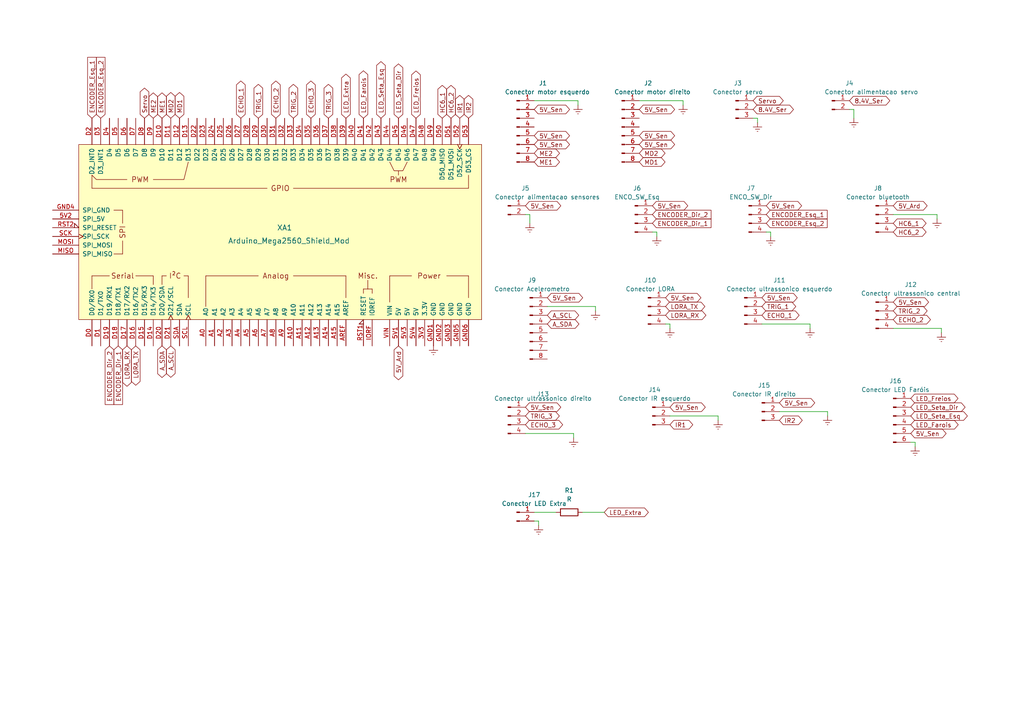
<source format=kicad_sch>
(kicad_sch (version 20230121) (generator eeschema)
  (paper "A4")
  (lib_symbols
    (symbol "Connector:Conn_01x02_Pin" (pin_names (offset 1.016) hide)
      (property "Reference" "J" (at 0 2.54 0))
      (property "Value" "Conn_01x02_Pin" (at 0 -5.08 0))
      (symbol "Conn_01x02_Pin_1_1"
        (polyline (pts (xy 1.27 -2.54) (xy 0.8636 -2.54)) (stroke (width 0.1524)))
        (polyline (pts (xy 1.27 0) (xy 0.8636 0)) (stroke (width 0.1524)))
        (rectangle (start 0.8636 -2.413) (end 0 -2.667) (stroke (width 0.1524)) (fill (type outline)))
        (rectangle (start 0.8636 0.127) (end 0 -0.127) (stroke (width 0.1524)) (fill (type outline)))
        (pin passive line (at 5.08 0 180) (length 3.81) (name "Pin_1") (number "1"))
        (pin passive line (at 5.08 -2.54 180) (length 3.81) (name "Pin_2") (number "2"))
      )
    )
    (symbol "Connector:Conn_01x03_Pin" (pin_names (offset 1.016) hide)
      (property "Reference" "J" (at 0 5.08 0))
      (property "Value" "Conn_01x03_Pin" (at 0 -5.08 0))
      (symbol "Conn_01x03_Pin_1_1"
        (polyline (pts (xy 1.27 -2.54) (xy 0.8636 -2.54)) (stroke (width 0.1524)))
        (polyline (pts (xy 1.27 0) (xy 0.8636 0)) (stroke (width 0.1524)))
        (polyline (pts (xy 1.27 2.54) (xy 0.8636 2.54)) (stroke (width 0.1524)))
        (rectangle (start 0.8636 -2.413) (end 0 -2.667) (stroke (width 0.1524)) (fill (type outline)))
        (rectangle (start 0.8636 0.127) (end 0 -0.127) (stroke (width 0.1524)) (fill (type outline)))
        (rectangle (start 0.8636 2.667) (end 0 2.413) (stroke (width 0.1524)) (fill (type outline)))
        (pin passive line (at 5.08 2.54 180) (length 3.81) (name "Pin_1") (number "1"))
        (pin passive line (at 5.08 0 180) (length 3.81) (name "Pin_2") (number "2"))
        (pin passive line (at 5.08 -2.54 180) (length 3.81) (name "Pin_3") (number "3"))
      )
    )
    (symbol "Connector:Conn_01x04_Pin" (pin_names (offset 1.016) hide)
      (property "Reference" "J" (at 0 5.08 0))
      (property "Value" "Conn_01x04_Pin" (at 0 -7.62 0))
      (symbol "Conn_01x04_Pin_1_1"
        (polyline (pts (xy 1.27 -5.08) (xy 0.8636 -5.08)) (stroke (width 0.1524)))
        (polyline (pts (xy 1.27 -2.54) (xy 0.8636 -2.54)) (stroke (width 0.1524)))
        (polyline (pts (xy 1.27 0) (xy 0.8636 0)) (stroke (width 0.1524)))
        (polyline (pts (xy 1.27 2.54) (xy 0.8636 2.54)) (stroke (width 0.1524)))
        (rectangle (start 0.8636 -4.953) (end 0 -5.207) (stroke (width 0.1524)) (fill (type outline)))
        (rectangle (start 0.8636 -2.413) (end 0 -2.667) (stroke (width 0.1524)) (fill (type outline)))
        (rectangle (start 0.8636 0.127) (end 0 -0.127) (stroke (width 0.1524)) (fill (type outline)))
        (rectangle (start 0.8636 2.667) (end 0 2.413) (stroke (width 0.1524)) (fill (type outline)))
        (pin passive line (at 5.08 2.54 180) (length 3.81) (name "Pin_1") (number "1"))
        (pin passive line (at 5.08 0 180) (length 3.81) (name "Pin_2") (number "2"))
        (pin passive line (at 5.08 -2.54 180) (length 3.81) (name "Pin_3") (number "3"))
        (pin passive line (at 5.08 -5.08 180) (length 3.81) (name "Pin_4") (number "4"))
      )
    )
    (symbol "Connector:Conn_01x06_Pin" (pin_names (offset 1.016) hide)
      (property "Reference" "J" (at 0 7.62 0))
      (property "Value" "Conn_01x06_Pin" (at 0 -10.16 0))
      (symbol "Conn_01x06_Pin_1_1"
        (polyline (pts (xy 1.27 -7.62) (xy 0.8636 -7.62)) (stroke (width 0.1524)))
        (polyline (pts (xy 1.27 -5.08) (xy 0.8636 -5.08)) (stroke (width 0.1524)))
        (polyline (pts (xy 1.27 -2.54) (xy 0.8636 -2.54)) (stroke (width 0.1524)))
        (polyline (pts (xy 1.27 0) (xy 0.8636 0)) (stroke (width 0.1524)))
        (polyline (pts (xy 1.27 2.54) (xy 0.8636 2.54)) (stroke (width 0.1524)))
        (polyline (pts (xy 1.27 5.08) (xy 0.8636 5.08)) (stroke (width 0.1524)))
        (rectangle (start 0.8636 -7.493) (end 0 -7.747) (stroke (width 0.1524)) (fill (type outline)))
        (rectangle (start 0.8636 -4.953) (end 0 -5.207) (stroke (width 0.1524)) (fill (type outline)))
        (rectangle (start 0.8636 -2.413) (end 0 -2.667) (stroke (width 0.1524)) (fill (type outline)))
        (rectangle (start 0.8636 0.127) (end 0 -0.127) (stroke (width 0.1524)) (fill (type outline)))
        (rectangle (start 0.8636 2.667) (end 0 2.413) (stroke (width 0.1524)) (fill (type outline)))
        (rectangle (start 0.8636 5.207) (end 0 4.953) (stroke (width 0.1524)) (fill (type outline)))
        (pin passive line (at 5.08 5.08 180) (length 3.81) (name "Pin_1") (number "1"))
        (pin passive line (at 5.08 2.54 180) (length 3.81) (name "Pin_2") (number "2"))
        (pin passive line (at 5.08 0 180) (length 3.81) (name "Pin_3") (number "3"))
        (pin passive line (at 5.08 -2.54 180) (length 3.81) (name "Pin_4") (number "4"))
        (pin passive line (at 5.08 -5.08 180) (length 3.81) (name "Pin_5") (number "5"))
        (pin passive line (at 5.08 -7.62 180) (length 3.81) (name "Pin_6") (number "6"))
      )
    )
    (symbol "Connector:Conn_01x08_Pin" (pin_names (offset 1.016) hide)
      (property "Reference" "J" (at 0 10.16 0))
      (property "Value" "Conn_01x08_Pin" (at 0 -12.7 0))
      (symbol "Conn_01x08_Pin_1_1"
        (polyline (pts (xy 1.27 -10.16) (xy 0.8636 -10.16)) (stroke (width 0.1524)))
        (polyline (pts (xy 1.27 -7.62) (xy 0.8636 -7.62)) (stroke (width 0.1524)))
        (polyline (pts (xy 1.27 -5.08) (xy 0.8636 -5.08)) (stroke (width 0.1524)))
        (polyline (pts (xy 1.27 -2.54) (xy 0.8636 -2.54)) (stroke (width 0.1524)))
        (polyline (pts (xy 1.27 0) (xy 0.8636 0)) (stroke (width 0.1524)))
        (polyline (pts (xy 1.27 2.54) (xy 0.8636 2.54)) (stroke (width 0.1524)))
        (polyline (pts (xy 1.27 5.08) (xy 0.8636 5.08)) (stroke (width 0.1524)))
        (polyline (pts (xy 1.27 7.62) (xy 0.8636 7.62)) (stroke (width 0.1524)))
        (rectangle (start 0.8636 -10.033) (end 0 -10.287) (stroke (width 0.1524)) (fill (type outline)))
        (rectangle (start 0.8636 -7.493) (end 0 -7.747) (stroke (width 0.1524)) (fill (type outline)))
        (rectangle (start 0.8636 -4.953) (end 0 -5.207) (stroke (width 0.1524)) (fill (type outline)))
        (rectangle (start 0.8636 -2.413) (end 0 -2.667) (stroke (width 0.1524)) (fill (type outline)))
        (rectangle (start 0.8636 0.127) (end 0 -0.127) (stroke (width 0.1524)) (fill (type outline)))
        (rectangle (start 0.8636 2.667) (end 0 2.413) (stroke (width 0.1524)) (fill (type outline)))
        (rectangle (start 0.8636 5.207) (end 0 4.953) (stroke (width 0.1524)) (fill (type outline)))
        (rectangle (start 0.8636 7.747) (end 0 7.493) (stroke (width 0.1524)) (fill (type outline)))
        (pin passive line (at 5.08 7.62 180) (length 3.81) (name "Pin_1") (number "1"))
        (pin passive line (at 5.08 5.08 180) (length 3.81) (name "Pin_2") (number "2"))
        (pin passive line (at 5.08 2.54 180) (length 3.81) (name "Pin_3") (number "3"))
        (pin passive line (at 5.08 0 180) (length 3.81) (name "Pin_4") (number "4"))
        (pin passive line (at 5.08 -2.54 180) (length 3.81) (name "Pin_5") (number "5"))
        (pin passive line (at 5.08 -5.08 180) (length 3.81) (name "Pin_6") (number "6"))
        (pin passive line (at 5.08 -7.62 180) (length 3.81) (name "Pin_7") (number "7"))
        (pin passive line (at 5.08 -10.16 180) (length 3.81) (name "Pin_8") (number "8"))
      )
    )
    (symbol "Device:R" (pin_numbers hide) (pin_names (offset 0))
      (property "Reference" "R" (at 2.032 0 90))
      (property "Value" "R" (at 0 0 90))
      (symbol "R_0_1"
        (rectangle (start -1.016 -2.54) (end 1.016 2.54) (stroke (width 0.254)))
      )
      (symbol "R_1_1"
        (pin passive line (at 0 3.81 270) (length 1.27) (name "~") (number "1"))
        (pin passive line (at 0 -3.81 90) (length 1.27) (name "~") (number "2"))
      )
    )
    (symbol "PCM_arduino-library:Arduino_Mega2560_R3_Shield" (pin_names (offset 1.016))
      (property "Reference" "A" (at 0 -62.23 0))
      (property "Value" "Arduino_Mega2560_R3_Shield" (at 0 -66.04 0))
      (symbol "Arduino_Mega2560_R3_Shield_0_0"
        (rectangle (start -25.4 -58.42) (end 25.4 58.42) (fill (type background)))
        (rectangle (start -20.32 -31.75) (end -12.7 -31.75))
        (rectangle (start -19.05 -54.61) (end -12.7 -54.61))
        (rectangle (start -19.05 -19.05) (end -12.7 -19.05))
        (rectangle (start -19.05 26.67) (end -12.7 26.67))
        (rectangle (start -17.78 -26.67) (end -16.51 -26.67))
        (rectangle (start -17.78 -24.13) (end -16.51 -24.13))
        (rectangle (start -16.51 -25.4) (end -13.97 -25.4))
        (rectangle (start -16.51 -24.13) (end -16.51 -26.67))
        (rectangle (start -16.51 54.61) (end -12.7 54.61))
        (rectangle (start -15.24 34.29) (end -12.7 34.29))
        (rectangle (start -15.24 36.83) (end -12.7 36.83))
        (rectangle (start -12.7 -54.61) (end -12.7 -48.26))
        (rectangle (start -12.7 -31.75) (end -12.7 -38.1))
        (rectangle (start -12.7 26.67) (end -12.7 27.94))
        (rectangle (start -12.7 34.29) (end -12.7 33.02))
        (rectangle (start -12.7 41.91) (end -12.7 36.83))
        (rectangle (start -12.7 49.53) (end -12.7 54.61))
        (rectangle (start -6.35 48.26) (end -6.35 45.72))
        (rectangle (start -2.54 45.72) (end -6.35 45.72))
        (polyline (pts (xy -21.59 21.59) (xy -12.7 21.59)))
        (polyline (pts (xy -12.7 -19.05) (xy -12.7 -3.81)))
        (polyline (pts (xy -12.7 6.35) (xy -12.7 21.59)))
        (polyline (pts (xy 12.7 -54.61) (xy 16.51 -54.61)))
        (polyline (pts (xy 12.7 54.61) (xy 16.51 54.61)))
        (polyline (pts (xy 17.78 -34.29) (xy 16.51 -34.29)))
        (polyline (pts (xy 15.24 36.83) (xy 15.24 27.94) (xy 20.32 26.67)))
        (polyline (pts (xy 15.24 44.45) (xy 15.24 53.34) (xy 16.51 54.61)))
        (polyline (pts (xy 20.32 -31.75) (xy 17.78 -33.02) (xy 17.78 -35.56) (xy 20.32 -36.83)))
        (rectangle (start 6.35 45.72) (end 2.54 45.72))
        (rectangle (start 6.35 48.26) (end 6.35 45.72))
        (text "Analog" (at -12.7 1.27 900) (effects (font (size 1.524 1.524))))
        (text "I²C" (at -12.7 30.48 900) (effects (font (size 1.524 1.524))))
        (text "Misc." (at -12.7 -25.4 900) (effects (font (size 1.524 1.524))))
        (text "Power" (at -12.7 -43.18 900) (effects (font (size 1.524 1.524))))
        (text "PWM" (at 15.24 -34.29 900) (effects (font (size 1.524 1.524))))
        (text "PWM" (at 15.24 40.64 900) (effects (font (size 1.524 1.524))))
        (text "Serial" (at -12.7 45.72 900) (effects (font (size 1.524 1.524))))
        (text "SPI" (at 0 45.72 0) (effects (font (size 1.524 1.524))))
      )
      (symbol "Arduino_Mega2560_R3_Shield_1_0"
        (rectangle (start 12.7 -54.61) (end 12.7 -3.81))
        (rectangle (start 12.7 54.61) (end 12.7 3.81))
        (text "GPIO" (at 12.7 0 900) (effects (font (size 1.524 1.524))))
      )
      (symbol "Arduino_Mega2560_R3_Shield_1_1"
        (pin power_out line (at -33.02 -41.91 0) (length 7.62) (name "3.3V") (number "3V3"))
        (pin power_in line (at -33.02 -34.29 0) (length 7.62) (name "5V") (number "5V1"))
        (pin power_in line (at 3.81 66.04 270) (length 7.62) (name "SPI_5V") (number "5V2"))
        (pin power_in line (at -33.02 -36.83 0) (length 7.62) (name "5V") (number "5V3"))
        (pin power_in line (at -33.02 -39.37 0) (length 7.62) (name "5V") (number "5V4"))
        (pin bidirectional line (at -33.02 21.59 0) (length 7.62) (name "A0") (number "A0"))
        (pin bidirectional line (at -33.02 19.05 0) (length 7.62) (name "A1") (number "A1"))
        (pin bidirectional line (at -33.02 -3.81 0) (length 7.62) (name "A10") (number "A10"))
        (pin bidirectional line (at -33.02 -6.35 0) (length 7.62) (name "A11") (number "A11"))
        (pin bidirectional line (at -33.02 -8.89 0) (length 7.62) (name "A12") (number "A12"))
        (pin bidirectional line (at -33.02 -11.43 0) (length 7.62) (name "A13") (number "A13"))
        (pin bidirectional line (at -33.02 -13.97 0) (length 7.62) (name "A14") (number "A14"))
        (pin bidirectional line (at -33.02 -16.51 0) (length 7.62) (name "A15") (number "A15"))
        (pin bidirectional line (at -33.02 16.51 0) (length 7.62) (name "A2") (number "A2"))
        (pin bidirectional line (at -33.02 13.97 0) (length 7.62) (name "A3") (number "A3"))
        (pin bidirectional line (at -33.02 11.43 0) (length 7.62) (name "A4") (number "A4"))
        (pin bidirectional line (at -33.02 8.89 0) (length 7.62) (name "A5") (number "A5"))
        (pin bidirectional line (at -33.02 6.35 0) (length 7.62) (name "A6") (number "A6"))
        (pin bidirectional line (at -33.02 3.81 0) (length 7.62) (name "A7") (number "A7"))
        (pin bidirectional line (at -33.02 1.27 0) (length 7.62) (name "A8") (number "A8"))
        (pin bidirectional line (at -33.02 -1.27 0) (length 7.62) (name "A9") (number "A9"))
        (pin input line (at -33.02 -19.05 0) (length 7.62) (name "AREF") (number "AREF"))
        (pin bidirectional line (at -33.02 54.61 0) (length 7.62) (name "D0/RX0") (number "D0"))
        (pin bidirectional line (at -33.02 52.07 0) (length 7.62) (name "D1/TX0") (number "D1"))
        (pin bidirectional line (at 33.02 34.29 180) (length 7.62) (name "D10") (number "D10"))
        (pin bidirectional line (at 33.02 31.75 180) (length 7.62) (name "D11") (number "D11"))
        (pin bidirectional line (at 33.02 29.21 180) (length 7.62) (name "D12") (number "D12"))
        (pin bidirectional line (at 33.02 26.67 180) (length 7.62) (name "D13") (number "D13"))
        (pin bidirectional line (at -33.02 36.83 0) (length 7.62) (name "D14/TX3") (number "D14"))
        (pin bidirectional line (at -33.02 39.37 0) (length 7.62) (name "D15/RX3") (number "D15"))
        (pin bidirectional line (at -33.02 41.91 0) (length 7.62) (name "D16/TX2") (number "D16"))
        (pin bidirectional line (at -33.02 44.45 0) (length 7.62) (name "D17/RX2") (number "D17"))
        (pin bidirectional line (at -33.02 46.99 0) (length 7.62) (name "D18/TX1") (number "D18"))
        (pin bidirectional line (at -33.02 49.53 0) (length 7.62) (name "D19/RX1") (number "D19"))
        (pin bidirectional line (at 33.02 54.61 180) (length 7.62) (name "D2_INT0") (number "D2"))
        (pin bidirectional line (at -33.02 34.29 0) (length 7.62) (name "D20/SDA") (number "D20"))
        (pin bidirectional clock (at -33.02 31.75 0) (length 7.62) (name "D21/SCL") (number "D21"))
        (pin bidirectional line (at 33.02 24.13 180) (length 7.62) (name "D22") (number "D22"))
        (pin bidirectional line (at 33.02 21.59 180) (length 7.62) (name "D23") (number "D23"))
        (pin bidirectional line (at 33.02 19.05 180) (length 7.62) (name "D24") (number "D24"))
        (pin bidirectional line (at 33.02 16.51 180) (length 7.62) (name "D25") (number "D25"))
        (pin bidirectional line (at 33.02 13.97 180) (length 7.62) (name "D26") (number "D26"))
        (pin bidirectional line (at 33.02 11.43 180) (length 7.62) (name "D27") (number "D27"))
        (pin bidirectional line (at 33.02 8.89 180) (length 7.62) (name "D28") (number "D28"))
        (pin bidirectional line (at 33.02 6.35 180) (length 7.62) (name "D29") (number "D29"))
        (pin bidirectional line (at 33.02 52.07 180) (length 7.62) (name "D3_INT1") (number "D3"))
        (pin bidirectional line (at 33.02 3.81 180) (length 7.62) (name "D30") (number "D30"))
        (pin bidirectional line (at 33.02 1.27 180) (length 7.62) (name "D31") (number "D31"))
        (pin bidirectional line (at 33.02 -1.27 180) (length 7.62) (name "D32") (number "D32"))
        (pin bidirectional line (at 33.02 -3.81 180) (length 7.62) (name "D33") (number "D33"))
        (pin bidirectional line (at 33.02 -6.35 180) (length 7.62) (name "D34") (number "D34"))
        (pin bidirectional line (at 33.02 -8.89 180) (length 7.62) (name "D35") (number "D35"))
        (pin bidirectional line (at 33.02 -11.43 180) (length 7.62) (name "D36") (number "D36"))
        (pin bidirectional line (at 33.02 -13.97 180) (length 7.62) (name "D37") (number "D37"))
        (pin bidirectional line (at 33.02 -16.51 180) (length 7.62) (name "D38") (number "D38"))
        (pin bidirectional line (at 33.02 -19.05 180) (length 7.62) (name "D39") (number "D39"))
        (pin bidirectional line (at 33.02 49.53 180) (length 7.62) (name "D4") (number "D4"))
        (pin bidirectional line (at 33.02 -21.59 180) (length 7.62) (name "D40") (number "D40"))
        (pin bidirectional line (at 33.02 -24.13 180) (length 7.62) (name "D41") (number "D41"))
        (pin bidirectional line (at 33.02 -26.67 180) (length 7.62) (name "D42") (number "D42"))
        (pin bidirectional line (at 33.02 -29.21 180) (length 7.62) (name "D43") (number "D43"))
        (pin bidirectional line (at 33.02 -31.75 180) (length 7.62) (name "D44") (number "D44"))
        (pin bidirectional line (at 33.02 -34.29 180) (length 7.62) (name "D45") (number "D45"))
        (pin bidirectional line (at 33.02 -36.83 180) (length 7.62) (name "D46") (number "D46"))
        (pin bidirectional line (at 33.02 -39.37 180) (length 7.62) (name "D47") (number "D47"))
        (pin bidirectional line (at 33.02 -41.91 180) (length 7.62) (name "D48") (number "D48"))
        (pin bidirectional line (at 33.02 -44.45 180) (length 7.62) (name "D49") (number "D49"))
        (pin bidirectional line (at 33.02 46.99 180) (length 7.62) (name "D5") (number "D5"))
        (pin bidirectional line (at 33.02 -46.99 180) (length 7.62) (name "D50_MISO") (number "D50"))
        (pin bidirectional line (at 33.02 -49.53 180) (length 7.62) (name "D51_MOSI") (number "D51"))
        (pin bidirectional clock (at 33.02 -52.07 180) (length 7.62) (name "D52_SCK") (number "D52"))
        (pin bidirectional line (at 33.02 -54.61 180) (length 7.62) (name "D53_CS") (number "D53"))
        (pin bidirectional line (at 33.02 44.45 180) (length 7.62) (name "D6") (number "D6"))
        (pin bidirectional line (at 33.02 41.91 180) (length 7.62) (name "D7") (number "D7"))
        (pin bidirectional line (at 33.02 39.37 180) (length 7.62) (name "D8") (number "D8"))
        (pin bidirectional line (at 33.02 36.83 180) (length 7.62) (name "D9") (number "D9"))
        (pin power_in line (at -33.02 -44.45 0) (length 7.62) (name "GND") (number "GND1"))
        (pin power_in line (at -33.02 -46.99 0) (length 7.62) (name "GND") (number "GND2"))
        (pin power_in line (at -33.02 -49.53 0) (length 7.62) (name "GND") (number "GND3"))
        (pin power_in line (at 6.35 66.04 270) (length 7.62) (name "SPI_GND") (number "GND4"))
        (pin power_in line (at -33.02 -52.07 0) (length 7.62) (name "GND") (number "GND5"))
        (pin power_in line (at -33.02 -54.61 0) (length 7.62) (name "GND") (number "GND6"))
        (pin output line (at -33.02 -26.67 0) (length 7.62) (name "IOREF") (number "IORF"))
        (pin input line (at -6.35 66.04 270) (length 7.62) (name "SPI_MISO") (number "MISO"))
        (pin output line (at -3.81 66.04 270) (length 7.62) (name "SPI_MOSI") (number "MOSI"))
        (pin open_collector input_low (at -33.02 -24.13 0) (length 7.62) (name "RESET") (number "RST1"))
        (pin open_collector input_low (at 1.27 66.04 270) (length 7.62) (name "SPI_RESET") (number "RST2"))
        (pin output clock (at -1.27 66.04 270) (length 7.62) (name "SPI_SCK") (number "SCK"))
        (pin bidirectional clock (at -33.02 26.67 0) (length 7.62) (name "SCL") (number "SCL"))
        (pin bidirectional line (at -33.02 29.21 0) (length 7.62) (name "SDA") (number "SDA"))
        (pin power_in line (at -33.02 -31.75 0) (length 7.62) (name "VIN") (number "VIN"))
      )
    )
    (symbol "power:Earth" (power) (pin_names (offset 0))
      (symbol "Earth_0_1"
        (polyline (pts (xy -0.635 -1.905) (xy 0.635 -1.905)))
        (polyline (pts (xy -0.127 -2.54) (xy 0.127 -2.54)))
        (polyline (pts (xy 0 -1.27) (xy 0 0)))
        (polyline (pts (xy 1.27 -1.27) (xy -1.27 -1.27)))
      )
      (symbol "Earth_1_1"
        (pin power_in line (at 0 0 270) (length 0) hide (name "Earth") (number "1"))
      )
    )
  )
  (wire (pts (xy 247.65 31.75) (xy 247.65 34.29)))
  (wire (pts (xy 154.94 29.21) (xy 167.64 29.21)))
  (wire (pts (xy 218.44 34.29) (xy 219.71 34.29)))
  (wire (pts (xy 223.52 67.31) (xy 223.52 68.58)))
  (wire (pts (xy 265.43 128.27) (xy 265.43 129.54)))
  (wire (pts (xy 190.5 67.31) (xy 190.5 68.58)))
  (wire (pts (xy 234.95 93.98) (xy 234.95 95.25)))
  (wire (pts (xy 222.25 67.31) (xy 223.52 67.31)))
  (wire (pts (xy 154.94 151.13) (xy 156.21 151.13)))
  (wire (pts (xy 156.21 151.13) (xy 156.21 152.4)))
  (wire (pts (xy 172.72 88.9) (xy 172.72 90.17)))
  (wire (pts (xy 194.31 120.65) (xy 208.28 120.65)))
  (wire (pts (xy 152.4 125.73) (xy 166.37 125.73)))
  (wire (pts (xy 246.38 31.75) (xy 247.65 31.75)))
  (wire (pts (xy 167.64 29.21) (xy 167.64 30.48)))
  (wire (pts (xy 198.12 29.21) (xy 198.12 30.48)))
  (wire (pts (xy 259.08 95.25) (xy 273.05 95.25)))
  (wire (pts (xy 219.71 34.29) (xy 219.71 35.56)))
  (wire (pts (xy 220.98 93.98) (xy 234.95 93.98)))
  (wire (pts (xy 185.42 29.21) (xy 198.12 29.21)))
  (wire (pts (xy 158.75 88.9) (xy 172.72 88.9)))
  (wire (pts (xy 152.4 62.23) (xy 153.67 62.23)))
  (wire (pts (xy 194.31 93.98) (xy 194.31 95.25)))
  (wire (pts (xy 153.67 62.23) (xy 153.67 64.77)))
  (wire (pts (xy 189.23 67.31) (xy 190.5 67.31)))
  (wire (pts (xy 226.06 119.38) (xy 240.03 119.38)))
  (wire (pts (xy 193.04 93.98) (xy 194.31 93.98)))
  (wire (pts (xy 208.28 120.65) (xy 208.28 121.92)))
  (wire (pts (xy 240.03 119.38) (xy 240.03 120.65)))
  (wire (pts (xy 168.91 148.59) (xy 175.26 148.59)))
  (wire (pts (xy 166.37 125.73) (xy 166.37 127)))
  (wire (pts (xy 264.16 128.27) (xy 265.43 128.27)))
  (wire (pts (xy 273.05 95.25) (xy 273.05 96.52)))
  (wire (pts (xy 271.78 62.23) (xy 271.78 63.5)))
  (wire (pts (xy 154.94 148.59) (xy 161.29 148.59)))
  (wire (pts (xy 259.08 62.23) (xy 271.78 62.23)))
  (global_label "MD1" (shape bidirectional) (at 52.07 34.29 90) (property "Intersheetrefs" "${INTERSHEET_REFS}" (effects hide)))
  (global_label "Servo" (shape bidirectional) (at 41.91 34.29 90) (property "Intersheetrefs" "${INTERSHEET_REFS}" (effects hide)))
  (global_label "5V_Sen" (shape bidirectional) (at 152.4 118.11 0) (property "Intersheetrefs" "${INTERSHEET_REFS}" (effects hide)))
  (global_label "LORA_TX" (shape bidirectional) (at 39.37 100.33 270) (property "Intersheetrefs" "${INTERSHEET_REFS}" (effects hide)))
  (global_label "ENCODER_Dir_1" (shape input) (at 189.23 64.77 0) (property "Intersheetrefs" "${INTERSHEET_REFS}" (effects hide)))
  (global_label "ENCODER_Dir_1" (shape input) (at 34.29 100.33 270) (property "Intersheetrefs" "${INTERSHEET_REFS}" (effects hide)))
  (global_label "TRIG_2" (shape bidirectional) (at 85.09 34.29 90) (property "Intersheetrefs" "${INTERSHEET_REFS}" (effects hide)))
  (global_label "A_SDA" (shape bidirectional) (at 46.99 100.33 270) (property "Intersheetrefs" "${INTERSHEET_REFS}" (effects hide)))
  (global_label "TRIG_3" (shape bidirectional) (at 95.25 34.29 90) (property "Intersheetrefs" "${INTERSHEET_REFS}" (effects hide)))
  (global_label "ME1" (shape bidirectional) (at 46.99 34.29 90) (property "Intersheetrefs" "${INTERSHEET_REFS}" (effects hide)))
  (global_label "ME2" (shape bidirectional) (at 44.45 34.29 90) (property "Intersheetrefs" "${INTERSHEET_REFS}" (effects hide)))
  (global_label "ENCODER_Esq_1" (shape input) (at 26.67 34.29 90) (property "Intersheetrefs" "${INTERSHEET_REFS}" (effects hide)))
  (global_label "LED_Seta_Esq" (shape bidirectional) (at 264.16 120.65 0) (property "Intersheetrefs" "${INTERSHEET_REFS}" (effects hide)))
  (global_label "5V_Sen" (shape bidirectional) (at 189.23 59.69 0) (property "Intersheetrefs" "${INTERSHEET_REFS}" (effects hide)))
  (global_label "LED_Seta_Dir" (shape bidirectional) (at 264.16 118.11 0) (property "Intersheetrefs" "${INTERSHEET_REFS}" (effects hide)))
  (global_label "A_SCL" (shape bidirectional) (at 158.75 91.44 0) (property "Intersheetrefs" "${INTERSHEET_REFS}" (effects hide)))
  (global_label "5V_Sen" (shape bidirectional) (at 194.31 118.11 0) (property "Intersheetrefs" "${INTERSHEET_REFS}" (effects hide)))
  (global_label "5V_Sen" (shape bidirectional) (at 220.98 86.36 0) (property "Intersheetrefs" "${INTERSHEET_REFS}" (effects hide)))
  (global_label "A_SDA" (shape bidirectional) (at 158.75 93.98 0) (property "Intersheetrefs" "${INTERSHEET_REFS}" (effects hide)))
  (global_label "LED_Freios" (shape bidirectional) (at 264.16 115.57 0) (property "Intersheetrefs" "${INTERSHEET_REFS}" (effects hide)))
  (global_label "8.4V_Ser" (shape bidirectional) (at 218.44 31.75 0) (property "Intersheetrefs" "${INTERSHEET_REFS}" (effects hide)))
  (global_label "ECHO_3" (shape bidirectional) (at 152.4 123.19 0) (property "Intersheetrefs" "${INTERSHEET_REFS}" (effects hide)))
  (global_label "5V_Sen" (shape bidirectional) (at 222.25 59.69 0) (property "Intersheetrefs" "${INTERSHEET_REFS}" (effects hide)))
  (global_label "5V_Sen" (shape bidirectional) (at 193.04 86.36 0) (property "Intersheetrefs" "${INTERSHEET_REFS}" (effects hide)))
  (global_label "LED_Farois" (shape bidirectional) (at 264.16 123.19 0) (property "Intersheetrefs" "${INTERSHEET_REFS}" (effects hide)))
  (global_label "5V_Sen" (shape bidirectional) (at 264.16 125.73 0) (property "Intersheetrefs" "${INTERSHEET_REFS}" (effects hide)))
  (global_label "5V_Ard" (shape bidirectional) (at 115.57 100.33 270) (property "Intersheetrefs" "${INTERSHEET_REFS}" (effects hide)))
  (global_label "LED_Seta_Esq" (shape bidirectional) (at 110.49 34.29 90) (property "Intersheetrefs" "${INTERSHEET_REFS}" (effects hide)))
  (global_label "5V_Sen" (shape bidirectional) (at 185.42 41.91 0) (property "Intersheetrefs" "${INTERSHEET_REFS}" (effects hide)))
  (global_label "5V_Sen" (shape bidirectional) (at 154.94 41.91 0) (property "Intersheetrefs" "${INTERSHEET_REFS}" (effects hide)))
  (global_label "LORA_RX" (shape bidirectional) (at 36.83 100.33 270) (property "Intersheetrefs" "${INTERSHEET_REFS}" (effects hide)))
  (global_label "IR2" (shape bidirectional) (at 226.06 121.92 0) (property "Intersheetrefs" "${INTERSHEET_REFS}" (effects hide)))
  (global_label "LED_Extra" (shape bidirectional) (at 100.33 34.29 90) (property "Intersheetrefs" "${INTERSHEET_REFS}" (effects hide)))
  (global_label "ENCODER_Esq_1" (shape input) (at 222.25 62.23 0) (property "Intersheetrefs" "${INTERSHEET_REFS}" (effects hide)))
  (global_label "8.4V_Ser" (shape bidirectional) (at 246.38 29.21 0) (property "Intersheetrefs" "${INTERSHEET_REFS}" (effects hide)))
  (global_label "5V_Sen" (shape bidirectional) (at 185.42 31.75 0) (property "Intersheetrefs" "${INTERSHEET_REFS}" (effects hide)))
  (global_label "ECHO_1" (shape bidirectional) (at 69.85 34.29 90) (property "Intersheetrefs" "${INTERSHEET_REFS}" (effects hide)))
  (global_label "5V_Sen" (shape bidirectional) (at 158.75 86.36 0) (property "Intersheetrefs" "${INTERSHEET_REFS}" (effects hide)))
  (global_label "HC6_1" (shape bidirectional) (at 128.27 34.29 90) (property "Intersheetrefs" "${INTERSHEET_REFS}" (effects hide)))
  (global_label "LORA_RX" (shape bidirectional) (at 193.04 91.44 0) (property "Intersheetrefs" "${INTERSHEET_REFS}" (effects hide)))
  (global_label "5V_Sen" (shape bidirectional) (at 226.06 116.84 0) (property "Intersheetrefs" "${INTERSHEET_REFS}" (effects hide)))
  (global_label "LED_Extra" (shape bidirectional) (at 175.26 148.59 0) (property "Intersheetrefs" "${INTERSHEET_REFS}" (effects hide)))
  (global_label "5V_Sen" (shape bidirectional) (at 259.08 87.63 0) (property "Intersheetrefs" "${INTERSHEET_REFS}" (effects hide)))
  (global_label "ENCODER_Esq_2" (shape input) (at 29.21 34.29 90) (property "Intersheetrefs" "${INTERSHEET_REFS}" (effects hide)))
  (global_label "LED_Farois" (shape bidirectional) (at 105.41 34.29 90) (property "Intersheetrefs" "${INTERSHEET_REFS}" (effects hide)))
  (global_label "ME1" (shape bidirectional) (at 154.94 46.99 0) (property "Intersheetrefs" "${INTERSHEET_REFS}" (effects hide)))
  (global_label "TRIG_3" (shape bidirectional) (at 152.4 120.65 0) (property "Intersheetrefs" "${INTERSHEET_REFS}" (effects hide)))
  (global_label "ENCODER_Dir_2" (shape input) (at 31.75 100.33 270) (property "Intersheetrefs" "${INTERSHEET_REFS}" (effects hide)))
  (global_label "IR2" (shape bidirectional) (at 135.89 34.29 90) (property "Intersheetrefs" "${INTERSHEET_REFS}" (effects hide)))
  (global_label "Servo" (shape bidirectional) (at 218.44 29.21 0) (property "Intersheetrefs" "${INTERSHEET_REFS}" (effects hide)))
  (global_label "HC6_2" (shape bidirectional) (at 259.08 67.31 0) (property "Intersheetrefs" "${INTERSHEET_REFS}" (effects hide)))
  (global_label "TRIG_1" (shape bidirectional) (at 74.93 34.29 90) (property "Intersheetrefs" "${INTERSHEET_REFS}" (effects hide)))
  (global_label "ME2" (shape bidirectional) (at 154.94 44.45 0) (property "Intersheetrefs" "${INTERSHEET_REFS}" (effects hide)))
  (global_label "ENCODER_Dir_2" (shape input) (at 189.23 62.23 0) (property "Intersheetrefs" "${INTERSHEET_REFS}" (effects hide)))
  (global_label "5V_Sen" (shape bidirectional) (at 154.94 39.37 0) (property "Intersheetrefs" "${INTERSHEET_REFS}" (effects hide)))
  (global_label "ECHO_1" (shape bidirectional) (at 220.98 91.44 0) (property "Intersheetrefs" "${INTERSHEET_REFS}" (effects hide)))
  (global_label "MD2" (shape bidirectional) (at 49.53 34.29 90) (property "Intersheetrefs" "${INTERSHEET_REFS}" (effects hide)))
  (global_label "ECHO_2" (shape bidirectional) (at 259.08 92.71 0) (property "Intersheetrefs" "${INTERSHEET_REFS}" (effects hide)))
  (global_label "5V_Sen" (shape bidirectional) (at 152.4 59.69 0) (property "Intersheetrefs" "${INTERSHEET_REFS}" (effects hide)))
  (global_label "IR1" (shape bidirectional) (at 194.31 123.19 0) (property "Intersheetrefs" "${INTERSHEET_REFS}" (effects hide)))
  (global_label "5V_Ard" (shape bidirectional) (at 259.08 59.69 0) (property "Intersheetrefs" "${INTERSHEET_REFS}" (effects hide)))
  (global_label "A_SCL" (shape bidirectional) (at 49.53 100.33 270) (property "Intersheetrefs" "${INTERSHEET_REFS}" (effects hide)))
  (global_label "LED_Seta_Dir" (shape bidirectional) (at 115.57 34.29 90) (property "Intersheetrefs" "${INTERSHEET_REFS}" (effects hide)))
  (global_label "TRIG_2" (shape bidirectional) (at 259.08 90.17 0) (property "Intersheetrefs" "${INTERSHEET_REFS}" (effects hide)))
  (global_label "ECHO_2" (shape bidirectional) (at 80.01 34.29 90) (property "Intersheetrefs" "${INTERSHEET_REFS}" (effects hide)))
  (global_label "ENCODER_Esq_2" (shape input) (at 222.25 64.77 0) (property "Intersheetrefs" "${INTERSHEET_REFS}" (effects hide)))
  (global_label "TRIG_1" (shape bidirectional) (at 220.98 88.9 0) (property "Intersheetrefs" "${INTERSHEET_REFS}" (effects hide)))
  (global_label "MD1" (shape bidirectional) (at 185.42 46.99 0) (property "Intersheetrefs" "${INTERSHEET_REFS}" (effects hide)))
  (global_label "MD2" (shape bidirectional) (at 185.42 44.45 0) (property "Intersheetrefs" "${INTERSHEET_REFS}" (effects hide)))
  (global_label "HC6_2" (shape bidirectional) (at 130.81 34.29 90) (property "Intersheetrefs" "${INTERSHEET_REFS}" (effects hide)))
  (global_label "5V_Sen" (shape bidirectional) (at 185.42 39.37 0) (property "Intersheetrefs" "${INTERSHEET_REFS}" (effects hide)))
  (global_label "ECHO_3" (shape bidirectional) (at 90.17 34.29 90) (property "Intersheetrefs" "${INTERSHEET_REFS}" (effects hide)))
  (global_label "LED_Freios" (shape bidirectional) (at 120.65 34.29 90) (property "Intersheetrefs" "${INTERSHEET_REFS}" (effects hide)))
  (global_label "IR1" (shape bidirectional) (at 133.35 34.29 90) (property "Intersheetrefs" "${INTERSHEET_REFS}" (effects hide)))
  (global_label "LORA_TX" (shape bidirectional) (at 193.04 88.9 0) (property "Intersheetrefs" "${INTERSHEET_REFS}" (effects hide)))
  (global_label "HC6_1" (shape bidirectional) (at 259.08 64.77 0) (property "Intersheetrefs" "${INTERSHEET_REFS}" (effects hide)))
  (global_label "5V_Sen" (shape bidirectional) (at 154.94 31.75 0) (property "Intersheetrefs" "${INTERSHEET_REFS}" (effects hide)))
  (symbol (lib_id "power:Earth") (at 223.52 68.58 0) (unit 1)
    (property "Reference" "#PWR08" (effects hide))
    (property "Value" "Earth" (effects hide))
  )
  (symbol (lib_id "PCM_arduino-library:Arduino_Mega2560_R3_Shield") (at 81.28 67.31 90) (unit 1)
    (property "Reference" "XA1" (at 82.55 66.04 90) (effects (font (size 1.524 1.524))))
    (property "Value" "Arduino_Mega2560_Shield_Mod" (at 83.82 69.85 90) (effects (font (size 1.524 1.524))))
    (property "Footprint" "PCM_arduino-library:Arduino_Mega2560_R3_Shield_No_Holes" (effects hide))
    (property "Datasheet" "https://docs.arduino.cc/hardware/mega-2560" (effects hide))
  )
  (symbol (lib_id "power:Earth") (at 167.64 30.48 0) (unit 1)
    (property "Reference" "#PWR01" (effects hide))
    (property "Value" "Earth" (effects hide))
  )
  (symbol (lib_id "Device:R") (at 165.1 148.59 90) (unit 1)
    (property "Reference" "R1" (at 165.1 142.24 90))
    (property "Value" "R" (at 165.1 144.78 90))
    (property "Footprint" "Resistor_THT:R_Axial_DIN0207_L6.3mm_D2.5mm_P10.16mm_Horizontal" (effects hide))
  )
  (symbol (lib_id "Connector:Conn_01x04_Pin") (at 254 90.17 0) (unit 1)
    (property "Reference" "J12" (at 264.16 82.55 0))
    (property "Value" "Conector ultrassonico central" (at 264.16 85.09 0))
    (property "Footprint" "Connector_JST:JST_XH_B4B-XH-A_1x04_P2.50mm_Vertical" (effects hide))
  )
  (symbol (lib_id "power:Earth") (at 240.03 120.65 0) (unit 1)
    (property "Reference" "#PWR014" (effects hide))
    (property "Value" "Earth" (effects hide))
  )
  (symbol (lib_id "Connector:Conn_01x04_Pin") (at 187.96 88.9 0) (unit 1)
    (property "Reference" "J10" (at 188.595 81.28 0))
    (property "Value" "Conector LORA" (at 188.595 83.82 0))
    (property "Footprint" "Connector_JST:JST_XH_B4B-XH-A_1x04_P2.50mm_Vertical" (effects hide))
  )
  (symbol (lib_id "Connector:Conn_01x04_Pin") (at 184.15 62.23 0) (unit 1)
    (property "Reference" "J6" (at 184.785 54.61 0))
    (property "Value" "ENCO_SW_Esq" (at 184.785 57.15 0))
    (property "Footprint" "TerminalBlock_Phoenix:TerminalBlock_Phoenix_MKDS-1,5-4_1x04_P5.00mm_Horizontal" (effects hide))
  )
  (symbol (lib_id "power:Earth") (at 156.21 152.4 0) (unit 1)
    (property "Reference" "#PWR018" (effects hide))
    (property "Value" "Earth" (effects hide))
  )
  (symbol (lib_id "Connector:Conn_01x03_Pin") (at 220.98 119.38 0) (unit 1)
    (property "Reference" "J15" (at 221.615 111.76 0))
    (property "Value" "Conector IR direito" (at 221.615 114.3 0))
    (property "Footprint" "Connector_JST:JST_XH_B3B-XH-A_1x03_P2.50mm_Vertical" (effects hide))
  )
  (symbol (lib_id "power:Earth") (at 190.5 68.58 0) (unit 1)
    (property "Reference" "#PWR07" (effects hide))
    (property "Value" "Earth" (effects hide))
  )
  (symbol (lib_id "Connector:Conn_01x04_Pin") (at 147.32 120.65 0) (unit 1)
    (property "Reference" "J13" (at 157.48 114.3 0))
    (property "Value" "Conector ultrassonico direito" (at 157.48 115.57 0))
    (property "Footprint" "Connector_JST:JST_XH_B4B-XH-A_1x04_P2.50mm_Vertical" (effects hide))
  )
  (symbol (lib_id "Connector:Conn_01x04_Pin") (at 215.9 88.9 0) (unit 1)
    (property "Reference" "J11" (at 226.06 81.28 0))
    (property "Value" "Conector ultrassonico esquerdo" (at 226.06 83.82 0))
    (property "Footprint" "Connector_JST:JST_XH_B4B-XH-A_1x04_P2.50mm_Vertical" (effects hide))
  )
  (symbol (lib_id "Connector:Conn_01x02_Pin") (at 147.32 59.69 0) (unit 1)
    (property "Reference" "J5" (at 152.4 54.61 0))
    (property "Value" "Conector alimentacao sensores" (at 158.75 57.15 0))
    (property "Footprint" "TerminalBlock_Phoenix:TerminalBlock_Phoenix_MKDS-1,5-2_1x02_P5.00mm_Horizontal" (effects hide))
  )
  (symbol (lib_id "Connector:Conn_01x04_Pin") (at 217.17 62.23 0) (unit 1)
    (property "Reference" "J7" (at 217.805 54.61 0))
    (property "Value" "ENCO_SW_Dir" (at 217.805 57.15 0))
    (property "Footprint" "TerminalBlock_Phoenix:TerminalBlock_Phoenix_MKDS-1,5-4_1x04_P5.00mm_Horizontal" (effects hide))
  )
  (symbol (lib_id "power:Earth") (at 153.67 64.77 0) (unit 1)
    (property "Reference" "#PWR06" (effects hide))
    (property "Value" "Earth" (effects hide))
  )
  (symbol (lib_id "Connector:Conn_01x04_Pin") (at 254 62.23 0) (unit 1)
    (property "Reference" "J8" (at 254.635 54.61 0))
    (property "Value" "Conector bluetooth" (at 254.635 57.15 0))
    (property "Footprint" "Connector_PinSocket_2.54mm:PinSocket_1x04_P2.54mm_Vertical" (effects hide))
  )
  (symbol (lib_id "power:Earth") (at 273.05 96.52 0) (unit 1)
    (property "Reference" "#PWR012" (effects hide))
    (property "Value" "Earth" (effects hide))
  )
  (symbol (lib_id "Connector:Conn_01x02_Pin") (at 241.3 29.21 0) (unit 1)
    (property "Reference" "J4" (at 246.38 24.13 0))
    (property "Value" "Conector alimentacao servo" (at 252.73 26.67 0))
    (property "Footprint" "TerminalBlock_Phoenix:TerminalBlock_Phoenix_MKDS-1,5-2_1x02_P5.00mm_Horizontal" (effects hide))
  )
  (symbol (lib_id "Connector:Conn_01x08_Pin") (at 180.34 36.83 0) (unit 1)
    (property "Reference" "J2" (at 187.96 24.13 0))
    (property "Value" "Conector motor direito" (at 189.23 26.67 0))
    (property "Footprint" "Connector_PinSocket_2.54mm:PinSocket_2x04_P2.54mm_Vertical" (effects hide))
  )
  (symbol (lib_id "power:Earth") (at 271.78 63.5 0) (unit 1)
    (property "Reference" "#PWR05" (effects hide))
    (property "Value" "Earth" (effects hide))
  )
  (symbol (lib_id "power:Earth") (at 172.72 90.17 0) (unit 1)
    (property "Reference" "#PWR09" (effects hide))
    (property "Value" "Earth" (effects hide))
  )
  (symbol (lib_id "Connector:Conn_01x03_Pin") (at 213.36 31.75 0) (unit 1)
    (property "Reference" "J3" (at 213.995 24.13 0))
    (property "Value" "Conector servo" (at 213.995 26.67 0))
    (property "Footprint" "TerminalBlock_Phoenix:TerminalBlock_Phoenix_MKDS-1,5-3_1x03_P5.00mm_Horizontal" (effects hide))
  )
  (symbol (lib_id "power:Earth") (at 234.95 95.25 0) (unit 1)
    (property "Reference" "#PWR011" (effects hide))
    (property "Value" "Earth" (effects hide))
  )
  (symbol (lib_id "power:Earth") (at 198.12 30.48 0) (unit 1)
    (property "Reference" "#PWR02" (effects hide))
    (property "Value" "Earth" (effects hide))
  )
  (symbol (lib_id "power:Earth") (at 247.65 34.29 0) (unit 1)
    (property "Reference" "#PWR03" (effects hide))
    (property "Value" "Earth" (effects hide))
  )
  (symbol (lib_id "power:Earth") (at 265.43 129.54 0) (unit 1)
    (property "Reference" "#PWR017" (effects hide))
    (property "Value" "Earth" (effects hide))
  )
  (symbol (lib_id "Connector:Conn_01x08_Pin") (at 153.67 93.98 0) (unit 1)
    (property "Reference" "J9" (at 154.305 81.28 0))
    (property "Value" "Conector Acelerometro" (at 154.305 83.82 0))
    (property "Footprint" "Connector_PinSocket_2.54mm:PinSocket_1x08_P2.54mm_Vertical" (effects hide))
  )
  (symbol (lib_id "power:Earth") (at 166.37 127 0) (unit 1)
    (property "Reference" "#PWR016" (effects hide))
    (property "Value" "Earth" (effects hide))
  )
  (symbol (lib_id "Connector:Conn_01x06_Pin") (at 259.08 120.65 0) (unit 1)
    (property "Reference" "J16" (at 259.715 110.49 0))
    (property "Value" "Conector LED Faróis" (at 259.715 113.03 0))
    (property "Footprint" "TerminalBlock_Phoenix:TerminalBlock_Phoenix_MKDS-1,5-6_1x06_P5.00mm_Horizontal" (effects hide))
  )
  (symbol (lib_id "Connector:Conn_01x03_Pin") (at 189.23 120.65 0) (unit 1)
    (property "Reference" "J14" (at 189.865 113.03 0))
    (property "Value" "Conector IR esquerdo" (at 189.865 115.57 0))
    (property "Footprint" "Connector_JST:JST_XH_B3B-XH-A_1x03_P2.50mm_Vertical" (effects hide))
  )
  (symbol (lib_id "power:Earth") (at 208.28 121.92 0) (unit 1)
    (property "Reference" "#PWR015" (effects hide))
    (property "Value" "Earth" (effects hide))
  )
  (symbol (lib_id "Connector:Conn_01x08_Pin") (at 149.86 36.83 0) (unit 1)
    (property "Reference" "J1" (at 157.48 24.13 0))
    (property "Value" "Conector motor esquerdo" (at 158.75 26.67 0))
    (property "Footprint" "Connector_PinSocket_2.54mm:PinSocket_2x04_P2.54mm_Vertical" (effects hide))
  )
  (symbol (lib_id "power:Earth") (at 125.73 100.33 0) (unit 1)
    (property "Reference" "#PWR013" (effects hide))
    (property "Value" "Earth" (effects hide))
  )
  (symbol (lib_id "Connector:Conn_01x02_Pin") (at 149.86 148.59 0) (unit 1)
    (property "Reference" "J17" (at 154.94 143.51 0))
    (property "Value" "Conector LED Extra" (at 154.94 146.05 0))
    (property "Footprint" "Connector_JST:JST_XH_B2B-XH-A_1x02_P2.50mm_Vertical" (effects hide))
  )
  (symbol (lib_id "power:Earth") (at 194.31 95.25 0) (unit 1)
    (property "Reference" "#PWR010" (effects hide))
    (property "Value" "Earth" (effects hide))
  )
  (symbol (lib_id "power:Earth") (at 219.71 35.56 0) (unit 1)
    (property "Reference" "#PWR04" (effects hide))
    (property "Value" "Earth" (effects hide))
  )
)
</source>
